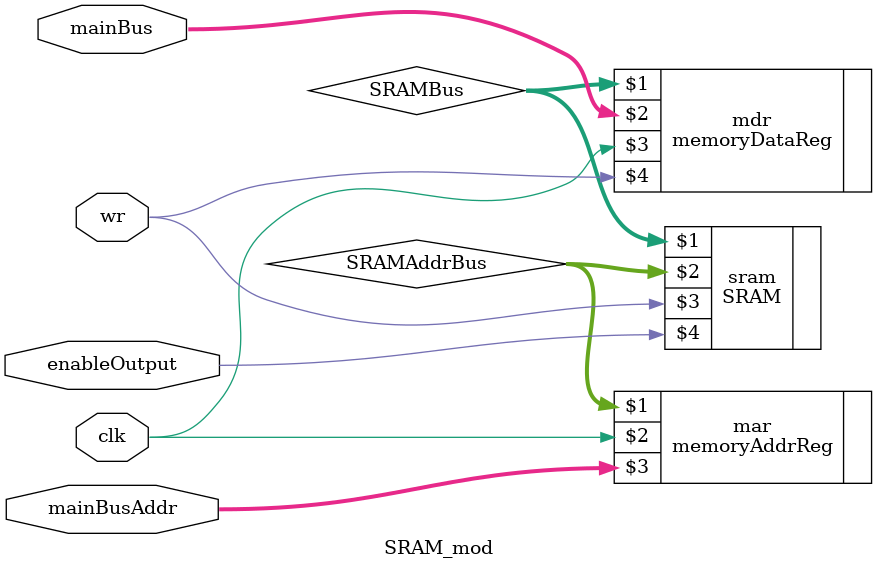
<source format=v>
module SRAM_mod (mainBus, clk, mainBusAddr, wr, enableOutput/*, probe*/);
	inout [15:0] mainBus;
	//output [15:0] probe;
	input [10:0] mainBusAddr;
	input wr, clk, enableOutput; // wr: 0 for write, 1 for read
	//output [6:0] hex0, hex1;
	
	wire [15:0] SRAMBus;
	wire [10:0] SRAMAddrBus;
	
	//assign probe = wr ? SRAMBus : 16'bz;
	
	memoryDataReg mdr (SRAMBus, mainBus, clk, wr); 
	SRAM sram (SRAMBus, SRAMAddrBus, wr, enableOutput/*, probe*/);
	memoryAddrReg mar (SRAMAddrBus, clk, mainBusAddr);
endmodule

</source>
